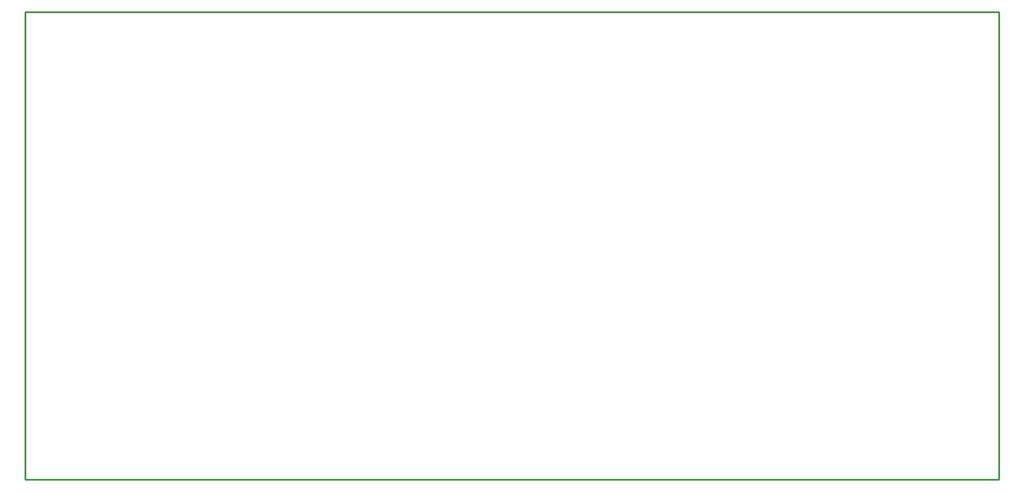
<source format=gko>
G04 Layer: BoardOutline*
G04 EasyEDA v6.4.12, 2020-12-31T14:29:20+01:00*
G04 6604612f69a4476882a07405e2b540c3,2d81dc3172f949189a8efcc8dd8a18f6,10*
G04 Gerber Generator version 0.2*
G04 Scale: 100 percent, Rotated: No, Reflected: No *
G04 Dimensions in millimeters *
G04 leading zeros omitted , absolute positions ,4 integer and 5 decimal *
%FSLAX45Y45*%
%MOMM*%

%ADD10C,0.2540*%
D10*
X0Y6624299D02*
G01*
X13792200Y6624299D01*
X13792200Y0D01*
X0Y0D01*
X0Y6624299D01*

%LPD*%
M02*

</source>
